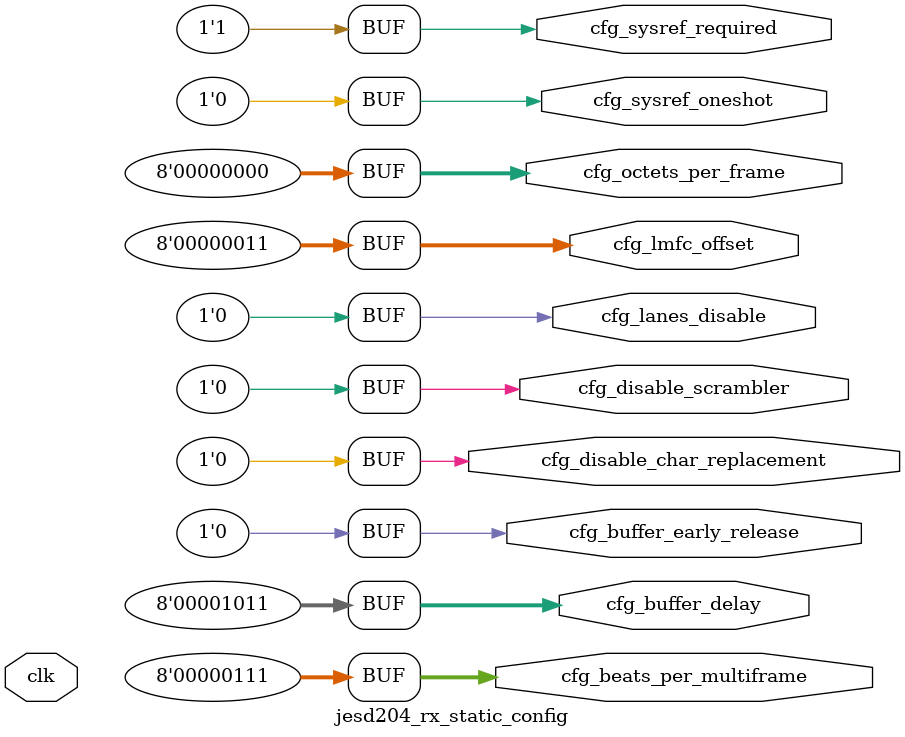
<source format=v>

module jesd204_rx_static_config #(
  parameter NUM_LANES = 1,
  parameter OCTETS_PER_FRAME = 1,
  parameter FRAMES_PER_MULTIFRAME = 32,
  parameter SCR = 1,
  parameter BUFFER_EARLY_RELEASE = 0
) (
  input clk,

  output [NUM_LANES-1:0] cfg_lanes_disable,
  output [7:0] cfg_beats_per_multiframe,
  output [7:0] cfg_octets_per_frame,
  output [7:0] cfg_lmfc_offset,
  output cfg_sysref_oneshot,
  output cfg_sysref_required,

  output [7:0] cfg_buffer_delay,
  output cfg_buffer_early_release,
  output cfg_disable_scrambler,
  output cfg_disable_char_replacement
);

assign cfg_beats_per_multiframe = (FRAMES_PER_MULTIFRAME * OCTETS_PER_FRAME / 4) - 1;
assign cfg_octets_per_frame = OCTETS_PER_FRAME - 1;
assign cfg_lmfc_offset = 3;
assign cfg_sysref_oneshot = 1'b0;
assign cfg_sysref_required = 1'b1;
assign cfg_buffer_delay = 'hb;
assign cfg_buffer_early_release = BUFFER_EARLY_RELEASE;
assign cfg_lanes_disable = {NUM_LANES{1'b0}};
assign cfg_disable_scrambler = SCR ? 1'b0 : 1'b1;
assign cfg_disable_char_replacement = cfg_disable_scrambler;

endmodule

</source>
